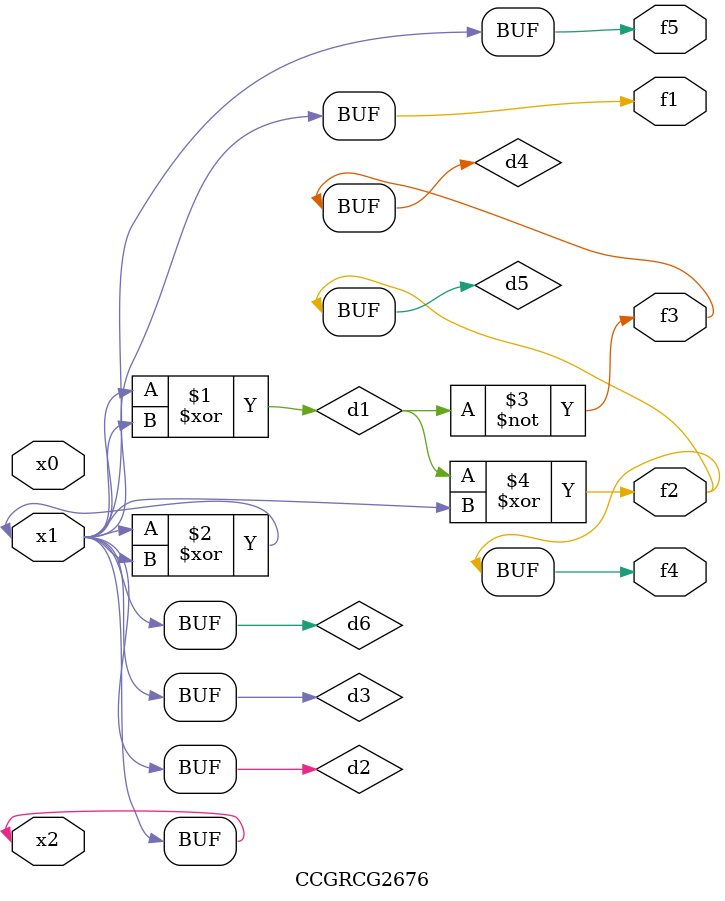
<source format=v>
module CCGRCG2676(
	input x0, x1, x2,
	output f1, f2, f3, f4, f5
);

	wire d1, d2, d3, d4, d5, d6;

	xor (d1, x1, x2);
	buf (d2, x1, x2);
	xor (d3, x1, x2);
	nor (d4, d1);
	xor (d5, d1, d2);
	buf (d6, d2, d3);
	assign f1 = d6;
	assign f2 = d5;
	assign f3 = d4;
	assign f4 = d5;
	assign f5 = d6;
endmodule

</source>
